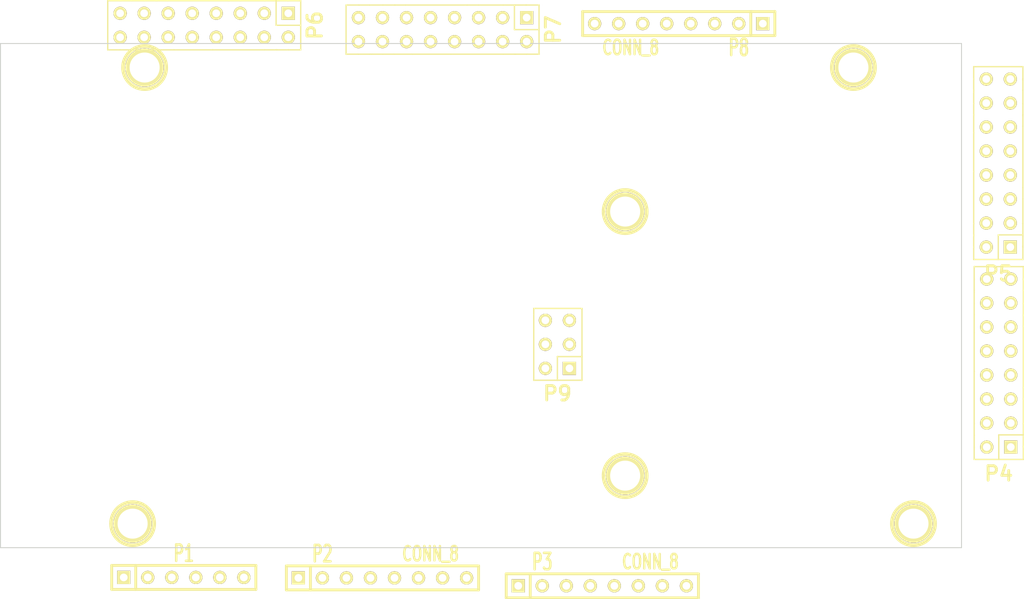
<source format=kicad_pcb>
(kicad_pcb (version 20221018) (generator pcbnew)
  (layers (0 "F.Cu" signal) (31 "B.Cu" signal) (34 "B.Paste" user) (35 "F.Paste" user) (36 "B.SilkS" user) (37 "F.SilkS" user) (38 "B.Mask" user) (39 "F.Mask" user) (44 "Edge.Cuts" user))
  (net 0 "")
  (footprint "SIL-8" (layer "F.Cu") (at 220.4466 219.5576)
    (fp_text reference "P2" (at -6.35 -2.54) (layer "F.SilkS") (effects (font (size 1.72974 1.08712) (thickness 0.3048))))
    (fp_text value "CONN_8" (at 5.08 -2.54) (layer "F.SilkS") (effects (font (size 1.524 1.016) (thickness 0.3048))))
    (fp_line (start -10.16 -1.27) (end 10.16 -1.27) (stroke (width 0.3048)) (layer "F.SilkS"))
    (fp_line (start -10.16 1.27) (end -10.16 -1.27) (stroke (width 0.3048)) (layer "F.SilkS"))
    (fp_line (start -7.62 1.27) (end -7.62 -1.27) (stroke (width 0.3048)) (layer "F.SilkS"))
    (fp_line (start 10.16 -1.27) (end 10.16 1.27) (stroke (width 0.3048)) (layer "F.SilkS"))
    (fp_line (start 10.16 1.27) (end -10.16 1.27) (stroke (width 0.3048)) (layer "F.SilkS"))
    (pad "1" thru_hole rect (at -8.89 0) (size 1.397 1.397) (drill 0.8128) (layers "*.Cu" "*.Mask" "F.SilkS"))
    (pad "2" thru_hole circle (at -6.35 0) (size 1.397 1.397) (drill 0.8128) (layers "*.Cu" "*.Mask" "F.SilkS"))
    (pad "3" thru_hole circle (at -3.81 0) (size 1.397 1.397) (drill 0.8128) (layers "*.Cu" "*.Mask" "F.SilkS"))
    (pad "4" thru_hole circle (at -1.27 0) (size 1.397 1.397) (drill 0.8128) (layers "*.Cu" "*.Mask" "F.SilkS"))
    (pad "5" thru_hole circle (at 1.27 0) (size 1.397 1.397) (drill 0.8128) (layers "*.Cu" "*.Mask" "F.SilkS"))
    (pad "6" thru_hole circle (at 3.81 0) (size 1.397 1.397) (drill 0.8128) (layers "*.Cu" "*.Mask" "F.SilkS"))
    (pad "7" thru_hole circle (at 6.35 0) (size 1.397 1.397) (drill 0.8128) (layers "*.Cu" "*.Mask" "F.SilkS"))
    (pad "8" thru_hole circle (at 8.89 0) (size 1.397 1.397) (drill 0.8128) (layers "*.Cu" "*.Mask" "F.SilkS"))
  )
  (footprint "SIL-8" (layer "F.Cu") (at 243.6876 220.3958)
    (fp_text reference "P3" (at -6.35 -2.54) (layer "F.SilkS") (effects (font (size 1.72974 1.08712) (thickness 0.3048))))
    (fp_text value "CONN_8" (at 5.08 -2.54) (layer "F.SilkS") (effects (font (size 1.524 1.016) (thickness 0.3048))))
    (fp_line (start -10.16 -1.27) (end 10.16 -1.27) (stroke (width 0.3048)) (layer "F.SilkS"))
    (fp_line (start -10.16 1.27) (end -10.16 -1.27) (stroke (width 0.3048)) (layer "F.SilkS"))
    (fp_line (start -7.62 1.27) (end -7.62 -1.27) (stroke (width 0.3048)) (layer "F.SilkS"))
    (fp_line (start 10.16 -1.27) (end 10.16 1.27) (stroke (width 0.3048)) (layer "F.SilkS"))
    (fp_line (start 10.16 1.27) (end -10.16 1.27) (stroke (width 0.3048)) (layer "F.SilkS"))
    (pad "1" thru_hole rect (at -8.89 0) (size 1.397 1.397) (drill 0.8128) (layers "*.Cu" "*.Mask" "F.SilkS"))
    (pad "2" thru_hole circle (at -6.35 0) (size 1.397 1.397) (drill 0.8128) (layers "*.Cu" "*.Mask" "F.SilkS"))
    (pad "3" thru_hole circle (at -3.81 0) (size 1.397 1.397) (drill 0.8128) (layers "*.Cu" "*.Mask" "F.SilkS"))
    (pad "4" thru_hole circle (at -1.27 0) (size 1.397 1.397) (drill 0.8128) (layers "*.Cu" "*.Mask" "F.SilkS"))
    (pad "5" thru_hole circle (at 1.27 0) (size 1.397 1.397) (drill 0.8128) (layers "*.Cu" "*.Mask" "F.SilkS"))
    (pad "6" thru_hole circle (at 3.81 0) (size 1.397 1.397) (drill 0.8128) (layers "*.Cu" "*.Mask" "F.SilkS"))
    (pad "7" thru_hole circle (at 6.35 0) (size 1.397 1.397) (drill 0.8128) (layers "*.Cu" "*.Mask" "F.SilkS"))
    (pad "8" thru_hole circle (at 8.89 0) (size 1.397 1.397) (drill 0.8128) (layers "*.Cu" "*.Mask" "F.SilkS"))
  )
  (footprint "SIL-8" (layer "F.Cu") (at 251.7648 160.909 180)
    (fp_text reference "P8" (at -6.35 -2.54 180) (layer "F.SilkS") (effects (font (size 1.72974 1.08712) (thickness 0.3048))))
    (fp_text value "CONN_8" (at 5.08 -2.54 180) (layer "F.SilkS") (effects (font (size 1.524 1.016) (thickness 0.3048))))
    (fp_line (start -10.16 -1.27) (end 10.16 -1.27) (stroke (width 0.3048)) (layer "F.SilkS"))
    (fp_line (start -10.16 1.27) (end -10.16 -1.27) (stroke (width 0.3048)) (layer "F.SilkS"))
    (fp_line (start -7.62 1.27) (end -7.62 -1.27) (stroke (width 0.3048)) (layer "F.SilkS"))
    (fp_line (start 10.16 -1.27) (end 10.16 1.27) (stroke (width 0.3048)) (layer "F.SilkS"))
    (fp_line (start 10.16 1.27) (end -10.16 1.27) (stroke (width 0.3048)) (layer "F.SilkS"))
    (pad "1" thru_hole rect (at -8.89 0 180) (size 1.397 1.397) (drill 0.8128) (layers "*.Cu" "*.Mask" "F.SilkS"))
    (pad "2" thru_hole circle (at -6.35 0 180) (size 1.397 1.397) (drill 0.8128) (layers "*.Cu" "*.Mask" "F.SilkS"))
    (pad "3" thru_hole circle (at -3.81 0 180) (size 1.397 1.397) (drill 0.8128) (layers "*.Cu" "*.Mask" "F.SilkS"))
    (pad "4" thru_hole circle (at -1.27 0 180) (size 1.397 1.397) (drill 0.8128) (layers "*.Cu" "*.Mask" "F.SilkS"))
    (pad "5" thru_hole circle (at 1.27 0 180) (size 1.397 1.397) (drill 0.8128) (layers "*.Cu" "*.Mask" "F.SilkS"))
    (pad "6" thru_hole circle (at 3.81 0 180) (size 1.397 1.397) (drill 0.8128) (layers "*.Cu" "*.Mask" "F.SilkS"))
    (pad "7" thru_hole circle (at 6.35 0 180) (size 1.397 1.397) (drill 0.8128) (layers "*.Cu" "*.Mask" "F.SilkS"))
    (pad "8" thru_hole circle (at 8.89 0 180) (size 1.397 1.397) (drill 0.8128) (layers "*.Cu" "*.Mask" "F.SilkS"))
  )
  (footprint "SIL-6" (layer "F.Cu") (at 199.4408 219.5068)
    (fp_text reference "P1" (at 0 -2.54) (layer "F.SilkS") (effects (font (size 1.72974 1.08712) (thickness 0.3048))))
    (fp_text value "CONN_6" hide)
    (fp_line (start -7.62 -1.27) (end 7.62 -1.27) (stroke (width 0.3048)) (layer "F.SilkS"))
    (fp_line (start -7.62 1.27) (end -7.62 -1.27) (stroke (width 0.3048)) (layer "F.SilkS"))
    (fp_line (start -5.08 1.27) (end -5.08 -1.27) (stroke (width 0.3048)) (layer "F.SilkS"))
    (fp_line (start 7.62 -1.27) (end 7.62 1.27) (stroke (width 0.3048)) (layer "F.SilkS"))
    (fp_line (start 7.62 1.27) (end -7.62 1.27) (stroke (width 0.3048)) (layer "F.SilkS"))
    (pad "1" thru_hole rect (at -6.35 0) (size 1.397 1.397) (drill 0.8128) (layers "*.Cu" "*.Mask" "F.SilkS"))
    (pad "2" thru_hole circle (at -3.81 0) (size 1.397 1.397) (drill 0.8128) (layers "*.Cu" "*.Mask" "F.SilkS"))
    (pad "3" thru_hole circle (at -1.27 0) (size 1.397 1.397) (drill 0.8128) (layers "*.Cu" "*.Mask" "F.SilkS"))
    (pad "4" thru_hole circle (at 1.27 0) (size 1.397 1.397) (drill 0.8128) (layers "*.Cu" "*.Mask" "F.SilkS"))
    (pad "5" thru_hole circle (at 3.81 0) (size 1.397 1.397) (drill 0.8128) (layers "*.Cu" "*.Mask" "F.SilkS"))
    (pad "6" thru_hole circle (at 6.35 0) (size 1.397 1.397) (drill 0.8128) (layers "*.Cu" "*.Mask" "F.SilkS"))
  )
  (footprint "CONN_2x8" (layer "F.Cu") (at 226.7966 161.544 90)
    (fp_text reference "P7" (at 0 11.7 90) (layer "F.SilkS") (effects (font (size 1.524 1.524) (thickness 0.3048))))
    (fp_text value "CONN_8X2" hide)
    (fp_line (start -2.6 -10.2) (end -2.6 -8.9) (stroke (width 0.15)) (layer "F.SilkS"))
    (fp_line (start -2.6 -8.9) (end -2.6 -7.7) (stroke (width 0.15)) (layer "F.SilkS"))
    (fp_line (start -2.6 -7.5) (end -2.6 -7.7) (stroke (width 0.15)) (layer "F.SilkS"))
    (fp_line (start -2.6 -6.3) (end -2.6 -7.5) (stroke (width 0.15)) (layer "F.SilkS"))
    (fp_line (start -2.6 -5.1) (end -2.6 -6.3) (stroke (width 0.15)) (layer "F.SilkS"))
    (fp_line (start -2.6 -5.1) (end -2.6 -3.2) (stroke (width 0.15)) (layer "F.SilkS"))
    (fp_line (start -2.6 0.9) (end -2.6 -3.2) (stroke (width 0.15)) (layer "F.SilkS"))
    (fp_line (start -2.6 6.4) (end -2.6 0.9) (stroke (width 0.15)) (layer "F.SilkS"))
    (fp_line (start -2.6 6.4) (end -2.6 7.6) (stroke (width 0.15)) (layer "F.SilkS"))
    (fp_line (start -2.6 7.6) (end -2.6 7.7) (stroke (width 0.15)) (layer "F.SilkS"))
    (fp_line (start -2.6 8.9) (end -2.6 7.7) (stroke (width 0.15)) (layer "F.SilkS"))
    (fp_line (start -2.6 8.9) (end -2.6 10.1) (stroke (width 0.15)) (layer "F.SilkS"))
    (fp_line (start -2.6 10.1) (end -2.6 10.2) (stroke (width 0.15)) (layer "F.SilkS"))
    (fp_line (start -2.6 10.2) (end 2.6 10.2) (stroke (width 0.15)) (layer "F.SilkS"))
    (fp_line (start 0 7.6) (end 0 10.2) (stroke (width 0.15)) (layer "F.SilkS"))
    (fp_line (start 0 7.6) (end 2.6 7.6) (stroke (width 0.15)) (layer "F.SilkS"))
    (fp_line (start 2.6 -10.2) (end -2.6 -10.2) (stroke (width 0.15)) (layer "F.SilkS"))
    (fp_line (start 2.6 -8.9) (end 2.6 -10.2) (stroke (width 0.15)) (layer "F.SilkS"))
    (fp_line (start 2.6 -8.8) (end 2.6 -8.9) (stroke (width 0.15)) (layer "F.SilkS"))
    (fp_line (start 2.6 -7.7) (end 2.6 -8.8) (stroke (width 0.15)) (layer "F.SilkS"))
    (fp_line (start 2.6 -7.7) (end 2.6 -6.3) (stroke (width 0.15)) (layer "F.SilkS"))
    (fp_line (start 2.6 -6.3) (end 2.6 -5.1) (stroke (width 0.15)) (layer "F.SilkS"))
    (fp_line (start 2.6 -5) (end 2.6 -5.1) (stroke (width 0.15)) (layer "F.SilkS"))
    (fp_line (start 2.6 -3.9) (end 2.6 -5) (stroke (width 0.15)) (layer "F.SilkS"))
    (fp_line (start 2.6 2.6) (end 2.6 -3.9) (stroke (width 0.15)) (layer "F.SilkS"))
    (fp_line (start 2.6 2.6) (end 2.6 3.8) (stroke (width 0.15)) (layer "F.SilkS"))
    (fp_line (start 2.6 6.4) (end 2.6 3.8) (stroke (width 0.15)) (layer "F.SilkS"))
    (fp_line (start 2.6 7.7) (end 2.6 6.4) (stroke (width 0.15)) (layer "F.SilkS"))
    (fp_line (start 2.6 7.7) (end 2.6 8.8) (stroke (width 0.15)) (layer "F.SilkS"))
    (fp_line (start 2.6 8.8) (end 2.6 8.9) (stroke (width 0.15)) (layer "F.SilkS"))
    (fp_line (start 2.6 10.2) (end 2.6 8.9) (stroke (width 0.15)) (layer "F.SilkS"))
    (pad "1" thru_hole rect (at 1.27 8.89 90) (size 1.397 1.397) (drill 0.8128) (layers "*.Cu" "*.Mask" "F.SilkS"))
    (pad "2" thru_hole circle (at -1.27 8.89 90) (size 1.397 1.397) (drill 0.8128) (layers "*.Cu" "*.Mask" "F.SilkS"))
    (pad "3" thru_hole circle (at 1.27 6.35 90) (size 1.397 1.397) (drill 0.8128) (layers "*.Cu" "*.Mask" "F.SilkS"))
    (pad "4" thru_hole circle (at -1.27 6.35 90) (size 1.397 1.397) (drill 0.8128) (layers "*.Cu" "*.Mask" "F.SilkS"))
    (pad "5" thru_hole circle (at 1.27 3.81 90) (size 1.397 1.397) (drill 0.8128) (layers "*.Cu" "*.Mask" "F.SilkS"))
    (pad "6" thru_hole circle (at -1.27 3.81 90) (size 1.397 1.397) (drill 0.8128) (layers "*.Cu" "*.Mask" "F.SilkS"))
    (pad "7" thru_hole circle (at 1.27 1.27 90) (size 1.397 1.397) (drill 0.8128) (layers "*.Cu" "*.Mask" "F.SilkS"))
    (pad "8" thru_hole circle (at -1.27 1.27 90) (size 1.397 1.397) (drill 0.8128) (layers "*.Cu" "*.Mask" "F.SilkS"))
    (pad "9" thru_hole circle (at 1.27 -1.27 90) (size 1.397 1.397) (drill 0.8128) (layers "*.Cu" "*.Mask" "F.SilkS"))
    (pad "10" thru_hole circle (at -1.27 -1.27 90) (size 1.397 1.397) (drill 0.8128) (layers "*.Cu" "*.Mask" "F.SilkS"))
    (pad "11" thru_hole circle (at 1.27 -3.81 90) (size 1.397 1.397) (drill 0.8128) (layers "*.Cu" "*.Mask" "F.SilkS"))
    (pad "12" thru_hole circle (at -1.27 -3.81 90) (size 1.397 1.397) (drill 0.8128) (layers "*.Cu" "*.Mask" "F.SilkS"))
    (pad "13" thru_hole circle (at 1.27 -6.35 90) (size 1.397 1.397) (drill 0.8128) (layers "*.Cu" "*.Mask" "F.SilkS"))
    (pad "14" thru_hole circle (at -1.27 -6.35 90) (size 1.397 1.397) (drill 0.8128) (layers "*.Cu" "*.Mask" "F.SilkS"))
    (pad "15" thru_hole circle (at 1.27 -8.89 90) (size 1.397 1.397) (drill 0.8128) (layers "*.Cu" "*.Mask" "F.SilkS"))
    (pad "16" thru_hole circle (at -1.27 -8.89 90) (size 1.397 1.397) (drill 0.8128) (layers "*.Cu" "*.Mask" "F.SilkS"))
  )
  (footprint "CONN_2x8" (layer "F.Cu") (at 201.5998 161.0868 90)
    (fp_text reference "P6" (at 0 11.7 90) (layer "F.SilkS") (effects (font (size 1.524 1.524) (thickness 0.3048))))
    (fp_text value "CONN_8X2" hide)
    (fp_line (start -2.6 -10.2) (end -2.6 -8.9) (stroke (width 0.15)) (layer "F.SilkS"))
    (fp_line (start -2.6 -8.9) (end -2.6 -7.7) (stroke (width 0.15)) (layer "F.SilkS"))
    (fp_line (start -2.6 -7.5) (end -2.6 -7.7) (stroke (width 0.15)) (layer "F.SilkS"))
    (fp_line (start -2.6 -6.3) (end -2.6 -7.5) (stroke (width 0.15)) (layer "F.SilkS"))
    (fp_line (start -2.6 -5.1) (end -2.6 -6.3) (stroke (width 0.15)) (layer "F.SilkS"))
    (fp_line (start -2.6 -5.1) (end -2.6 -3.2) (stroke (width 0.15)) (layer "F.SilkS"))
    (fp_line (start -2.6 0.9) (end -2.6 -3.2) (stroke (width 0.15)) (layer "F.SilkS"))
    (fp_line (start -2.6 6.4) (end -2.6 0.9) (stroke (width 0.15)) (layer "F.SilkS"))
    (fp_line (start -2.6 6.4) (end -2.6 7.6) (stroke (width 0.15)) (layer "F.SilkS"))
    (fp_line (start -2.6 7.6) (end -2.6 7.7) (stroke (width 0.15)) (layer "F.SilkS"))
    (fp_line (start -2.6 8.9) (end -2.6 7.7) (stroke (width 0.15)) (layer "F.SilkS"))
    (fp_line (start -2.6 8.9) (end -2.6 10.1) (stroke (width 0.15)) (layer "F.SilkS"))
    (fp_line (start -2.6 10.1) (end -2.6 10.2) (stroke (width 0.15)) (layer "F.SilkS"))
    (fp_line (start -2.6 10.2) (end 2.6 10.2) (stroke (width 0.15)) (layer "F.SilkS"))
    (fp_line (start 0 7.6) (end 0 10.2) (stroke (width 0.15)) (layer "F.SilkS"))
    (fp_line (start 0 7.6) (end 2.6 7.6) (stroke (width 0.15)) (layer "F.SilkS"))
    (fp_line (start 2.6 -10.2) (end -2.6 -10.2) (stroke (width 0.15)) (layer "F.SilkS"))
    (fp_line (start 2.6 -8.9) (end 2.6 -10.2) (stroke (width 0.15)) (layer "F.SilkS"))
    (fp_line (start 2.6 -8.8) (end 2.6 -8.9) (stroke (width 0.15)) (layer "F.SilkS"))
    (fp_line (start 2.6 -7.7) (end 2.6 -8.8) (stroke (width 0.15)) (layer "F.SilkS"))
    (fp_line (start 2.6 -7.7) (end 2.6 -6.3) (stroke (width 0.15)) (layer "F.SilkS"))
    (fp_line (start 2.6 -6.3) (end 2.6 -5.1) (stroke (width 0.15)) (layer "F.SilkS"))
    (fp_line (start 2.6 -5) (end 2.6 -5.1) (stroke (width 0.15)) (layer "F.SilkS"))
    (fp_line (start 2.6 -3.9) (end 2.6 -5) (stroke (width 0.15)) (layer "F.SilkS"))
    (fp_line (start 2.6 2.6) (end 2.6 -3.9) (stroke (width 0.15)) (layer "F.SilkS"))
    (fp_line (start 2.6 2.6) (end 2.6 3.8) (stroke (width 0.15)) (layer "F.SilkS"))
    (fp_line (start 2.6 6.4) (end 2.6 3.8) (stroke (width 0.15)) (layer "F.SilkS"))
    (fp_line (start 2.6 7.7) (end 2.6 6.4) (stroke (width 0.15)) (layer "F.SilkS"))
    (fp_line (start 2.6 7.7) (end 2.6 8.8) (stroke (width 0.15)) (layer "F.SilkS"))
    (fp_line (start 2.6 8.8) (end 2.6 8.9) (stroke (width 0.15)) (layer "F.SilkS"))
    (fp_line (start 2.6 10.2) (end 2.6 8.9) (stroke (width 0.15)) (layer "F.SilkS"))
    (pad "1" thru_hole rect (at 1.27 8.89 90) (size 1.397 1.397) (drill 0.8128) (layers "*.Cu" "*.Mask" "F.SilkS"))
    (pad "2" thru_hole circle (at -1.27 8.89 90) (size 1.397 1.397) (drill 0.8128) (layers "*.Cu" "*.Mask" "F.SilkS"))
    (pad "3" thru_hole circle (at 1.27 6.35 90) (size 1.397 1.397) (drill 0.8128) (layers "*.Cu" "*.Mask" "F.SilkS"))
    (pad "4" thru_hole circle (at -1.27 6.35 90) (size 1.397 1.397) (drill 0.8128) (layers "*.Cu" "*.Mask" "F.SilkS"))
    (pad "5" thru_hole circle (at 1.27 3.81 90) (size 1.397 1.397) (drill 0.8128) (layers "*.Cu" "*.Mask" "F.SilkS"))
    (pad "6" thru_hole circle (at -1.27 3.81 90) (size 1.397 1.397) (drill 0.8128) (layers "*.Cu" "*.Mask" "F.SilkS"))
    (pad "7" thru_hole circle (at 1.27 1.27 90) (size 1.397 1.397) (drill 0.8128) (layers "*.Cu" "*.Mask" "F.SilkS"))
    (pad "8" thru_hole circle (at -1.27 1.27 90) (size 1.397 1.397) (drill 0.8128) (layers "*.Cu" "*.Mask" "F.SilkS"))
    (pad "9" thru_hole circle (at 1.27 -1.27 90) (size 1.397 1.397) (drill 0.8128) (layers "*.Cu" "*.Mask" "F.SilkS"))
    (pad "10" thru_hole circle (at -1.27 -1.27 90) (size 1.397 1.397) (drill 0.8128) (layers "*.Cu" "*.Mask" "F.SilkS"))
    (pad "11" thru_hole circle (at 1.27 -3.81 90) (size 1.397 1.397) (drill 0.8128) (layers "*.Cu" "*.Mask" "F.SilkS"))
    (pad "12" thru_hole circle (at -1.27 -3.81 90) (size 1.397 1.397) (drill 0.8128) (layers "*.Cu" "*.Mask" "F.SilkS"))
    (pad "13" thru_hole circle (at 1.27 -6.35 90) (size 1.397 1.397) (drill 0.8128) (layers "*.Cu" "*.Mask" "F.SilkS"))
    (pad "14" thru_hole circle (at -1.27 -6.35 90) (size 1.397 1.397) (drill 0.8128) (layers "*.Cu" "*.Mask" "F.SilkS"))
    (pad "15" thru_hole circle (at 1.27 -8.89 90) (size 1.397 1.397) (drill 0.8128) (layers "*.Cu" "*.Mask" "F.SilkS"))
    (pad "16" thru_hole circle (at -1.27 -8.89 90) (size 1.397 1.397) (drill 0.8128) (layers "*.Cu" "*.Mask" "F.SilkS"))
  )
  (footprint "CONN_2x8" (layer "F.Cu") (at 285.5976 196.8246)
    (fp_text reference "P4" (at 0 11.7) (layer "F.SilkS") (effects (font (size 1.524 1.524) (thickness 0.3048))))
    (fp_text value "CONN_8X2" hide)
    (fp_line (start -2.6 -10.2) (end -2.6 -8.9) (stroke (width 0.15)) (layer "F.SilkS"))
    (fp_line (start -2.6 -8.9) (end -2.6 -7.7) (stroke (width 0.15)) (layer "F.SilkS"))
    (fp_line (start -2.6 -7.5) (end -2.6 -7.7) (stroke (width 0.15)) (layer "F.SilkS"))
    (fp_line (start -2.6 -6.3) (end -2.6 -7.5) (stroke (width 0.15)) (layer "F.SilkS"))
    (fp_line (start -2.6 -5.1) (end -2.6 -6.3) (stroke (width 0.15)) (layer "F.SilkS"))
    (fp_line (start -2.6 -5.1) (end -2.6 -3.2) (stroke (width 0.15)) (layer "F.SilkS"))
    (fp_line (start -2.6 0.9) (end -2.6 -3.2) (stroke (width 0.15)) (layer "F.SilkS"))
    (fp_line (start -2.6 6.4) (end -2.6 0.9) (stroke (width 0.15)) (layer "F.SilkS"))
    (fp_line (start -2.6 6.4) (end -2.6 7.6) (stroke (width 0.15)) (layer "F.SilkS"))
    (fp_line (start -2.6 7.6) (end -2.6 7.7) (stroke (width 0.15)) (layer "F.SilkS"))
    (fp_line (start -2.6 8.9) (end -2.6 7.7) (stroke (width 0.15)) (layer "F.SilkS"))
    (fp_line (start -2.6 8.9) (end -2.6 10.1) (stroke (width 0.15)) (layer "F.SilkS"))
    (fp_line (start -2.6 10.1) (end -2.6 10.2) (stroke (width 0.15)) (layer "F.SilkS"))
    (fp_line (start -2.6 10.2) (end 2.6 10.2) (stroke (width 0.15)) (layer "F.SilkS"))
    (fp_line (start 0 7.6) (end 0 10.2) (stroke (width 0.15)) (layer "F.SilkS"))
    (fp_line (start 0 7.6) (end 2.6 7.6) (stroke (width 0.15)) (layer "F.SilkS"))
    (fp_line (start 2.6 -10.2) (end -2.6 -10.2) (stroke (width 0.15)) (layer "F.SilkS"))
    (fp_line (start 2.6 -8.9) (end 2.6 -10.2) (stroke (width 0.15)) (layer "F.SilkS"))
    (fp_line (start 2.6 -8.8) (end 2.6 -8.9) (stroke (width 0.15)) (layer "F.SilkS"))
    (fp_line (start 2.6 -7.7) (end 2.6 -8.8) (stroke (width 0.15)) (layer "F.SilkS"))
    (fp_line (start 2.6 -7.7) (end 2.6 -6.3) (stroke (width 0.15)) (layer "F.SilkS"))
    (fp_line (start 2.6 -6.3) (end 2.6 -5.1) (stroke (width 0.15)) (layer "F.SilkS"))
    (fp_line (start 2.6 -5) (end 2.6 -5.1) (stroke (width 0.15)) (layer "F.SilkS"))
    (fp_line (start 2.6 -3.9) (end 2.6 -5) (stroke (width 0.15)) (layer "F.SilkS"))
    (fp_line (start 2.6 2.6) (end 2.6 -3.9) (stroke (width 0.15)) (layer "F.SilkS"))
    (fp_line (start 2.6 2.6) (end 2.6 3.8) (stroke (width 0.15)) (layer "F.SilkS"))
    (fp_line (start 2.6 6.4) (end 2.6 3.8) (stroke (width 0.15)) (layer "F.SilkS"))
    (fp_line (start 2.6 7.7) (end 2.6 6.4) (stroke (width 0.15)) (layer "F.SilkS"))
    (fp_line (start 2.6 7.7) (end 2.6 8.8) (stroke (width 0.15)) (layer "F.SilkS"))
    (fp_line (start 2.6 8.8) (end 2.6 8.9) (stroke (width 0.15)) (layer "F.SilkS"))
    (fp_line (start 2.6 10.2) (end 2.6 8.9) (stroke (width 0.15)) (layer "F.SilkS"))
    (pad "1" thru_hole rect (at 1.27 8.89) (size 1.397 1.397) (drill 0.8128) (layers "*.Cu" "*.Mask" "F.SilkS"))
    (pad "2" thru_hole circle (at -1.27 8.89) (size 1.397 1.397) (drill 0.8128) (layers "*.Cu" "*.Mask" "F.SilkS"))
    (pad "3" thru_hole circle (at 1.27 6.35) (size 1.397 1.397) (drill 0.8128) (layers "*.Cu" "*.Mask" "F.SilkS"))
    (pad "4" thru_hole circle (at -1.27 6.35) (size 1.397 1.397) (drill 0.8128) (layers "*.Cu" "*.Mask" "F.SilkS"))
    (pad "5" thru_hole circle (at 1.27 3.81) (size 1.397 1.397) (drill 0.8128) (layers "*.Cu" "*.Mask" "F.SilkS"))
    (pad "6" thru_hole circle (at -1.27 3.81) (size 1.397 1.397) (drill 0.8128) (layers "*.Cu" "*.Mask" "F.SilkS"))
    (pad "7" thru_hole circle (at 1.27 1.27) (size 1.397 1.397) (drill 0.8128) (layers "*.Cu" "*.Mask" "F.SilkS"))
    (pad "8" thru_hole circle (at -1.27 1.27) (size 1.397 1.397) (drill 0.8128) (layers "*.Cu" "*.Mask" "F.SilkS"))
    (pad "9" thru_hole circle (at 1.27 -1.27) (size 1.397 1.397) (drill 0.8128) (layers "*.Cu" "*.Mask" "F.SilkS"))
    (pad "10" thru_hole circle (at -1.27 -1.27) (size 1.397 1.397) (drill 0.8128) (layers "*.Cu" "*.Mask" "F.SilkS"))
    (pad "11" thru_hole circle (at 1.27 -3.81) (size 1.397 1.397) (drill 0.8128) (layers "*.Cu" "*.Mask" "F.SilkS"))
    (pad "12" thru_hole circle (at -1.27 -3.81) (size 1.397 1.397) (drill 0.8128) (layers "*.Cu" "*.Mask" "F.SilkS"))
    (pad "13" thru_hole circle (at 1.27 -6.35) (size 1.397 1.397) (drill 0.8128) (layers "*.Cu" "*.Mask" "F.SilkS"))
    (pad "14" thru_hole circle (at -1.27 -6.35) (size 1.397 1.397) (drill 0.8128) (layers "*.Cu" "*.Mask" "F.SilkS"))
    (pad "15" thru_hole circle (at 1.27 -8.89) (size 1.397 1.397) (drill 0.8128) (layers "*.Cu" "*.Mask" "F.SilkS"))
    (pad "16" thru_hole circle (at -1.27 -8.89) (size 1.397 1.397) (drill 0.8128) (layers "*.Cu" "*.Mask" "F.SilkS"))
  )
  (footprint "CONN_2x8" (layer "F.Cu") (at 285.5468 175.6664)
    (fp_text reference "P5" (at 0 11.7) (layer "F.SilkS") (effects (font (size 1.524 1.524) (thickness 0.3048))))
    (fp_text value "CONN_8X2" hide)
    (fp_line (start -2.6 -10.2) (end -2.6 -8.9) (stroke (width 0.15)) (layer "F.SilkS"))
    (fp_line (start -2.6 -8.9) (end -2.6 -7.7) (stroke (width 0.15)) (layer "F.SilkS"))
    (fp_line (start -2.6 -7.5) (end -2.6 -7.7) (stroke (width 0.15)) (layer "F.SilkS"))
    (fp_line (start -2.6 -6.3) (end -2.6 -7.5) (stroke (width 0.15)) (layer "F.SilkS"))
    (fp_line (start -2.6 -5.1) (end -2.6 -6.3) (stroke (width 0.15)) (layer "F.SilkS"))
    (fp_line (start -2.6 -5.1) (end -2.6 -3.2) (stroke (width 0.15)) (layer "F.SilkS"))
    (fp_line (start -2.6 0.9) (end -2.6 -3.2) (stroke (width 0.15)) (layer "F.SilkS"))
    (fp_line (start -2.6 6.4) (end -2.6 0.9) (stroke (width 0.15)) (layer "F.SilkS"))
    (fp_line (start -2.6 6.4) (end -2.6 7.6) (stroke (width 0.15)) (layer "F.SilkS"))
    (fp_line (start -2.6 7.6) (end -2.6 7.7) (stroke (width 0.15)) (layer "F.SilkS"))
    (fp_line (start -2.6 8.9) (end -2.6 7.7) (stroke (width 0.15)) (layer "F.SilkS"))
    (fp_line (start -2.6 8.9) (end -2.6 10.1) (stroke (width 0.15)) (layer "F.SilkS"))
    (fp_line (start -2.6 10.1) (end -2.6 10.2) (stroke (width 0.15)) (layer "F.SilkS"))
    (fp_line (start -2.6 10.2) (end 2.6 10.2) (stroke (width 0.15)) (layer "F.SilkS"))
    (fp_line (start 0 7.6) (end 0 10.2) (stroke (width 0.15)) (layer "F.SilkS"))
    (fp_line (start 0 7.6) (end 2.6 7.6) (stroke (width 0.15)) (layer "F.SilkS"))
    (fp_line (start 2.6 -10.2) (end -2.6 -10.2) (stroke (width 0.15)) (layer "F.SilkS"))
    (fp_line (start 2.6 -8.9) (end 2.6 -10.2) (stroke (width 0.15)) (layer "F.SilkS"))
    (fp_line (start 2.6 -8.8) (end 2.6 -8.9) (stroke (width 0.15)) (layer "F.SilkS"))
    (fp_line (start 2.6 -7.7) (end 2.6 -8.8) (stroke (width 0.15)) (layer "F.SilkS"))
    (fp_line (start 2.6 -7.7) (end 2.6 -6.3) (stroke (width 0.15)) (layer "F.SilkS"))
    (fp_line (start 2.6 -6.3) (end 2.6 -5.1) (stroke (width 0.15)) (layer "F.SilkS"))
    (fp_line (start 2.6 -5) (end 2.6 -5.1) (stroke (width 0.15)) (layer "F.SilkS"))
    (fp_line (start 2.6 -3.9) (end 2.6 -5) (stroke (width 0.15)) (layer "F.SilkS"))
    (fp_line (start 2.6 2.6) (end 2.6 -3.9) (stroke (width 0.15)) (layer "F.SilkS"))
    (fp_line (start 2.6 2.6) (end 2.6 3.8) (stroke (width 0.15)) (layer "F.SilkS"))
    (fp_line (start 2.6 6.4) (end 2.6 3.8) (stroke (width 0.15)) (layer "F.SilkS"))
    (fp_line (start 2.6 7.7) (end 2.6 6.4) (stroke (width 0.15)) (layer "F.SilkS"))
    (fp_line (start 2.6 7.7) (end 2.6 8.8) (stroke (width 0.15)) (layer "F.SilkS"))
    (fp_line (start 2.6 8.8) (end 2.6 8.9) (stroke (width 0.15)) (layer "F.SilkS"))
    (fp_line (start 2.6 10.2) (end 2.6 8.9) (stroke (width 0.15)) (layer "F.SilkS"))
    (pad "1" thru_hole rect (at 1.27 8.89) (size 1.397 1.397) (drill 0.8128) (layers "*.Cu" "*.Mask" "F.SilkS"))
    (pad "2" thru_hole circle (at -1.27 8.89) (size 1.397 1.397) (drill 0.8128) (layers "*.Cu" "*.Mask" "F.SilkS"))
    (pad "3" thru_hole circle (at 1.27 6.35) (size 1.397 1.397) (drill 0.8128) (layers "*.Cu" "*.Mask" "F.SilkS"))
    (pad "4" thru_hole circle (at -1.27 6.35) (size 1.397 1.397) (drill 0.8128) (layers "*.Cu" "*.Mask" "F.SilkS"))
    (pad "5" thru_hole circle (at 1.27 3.81) (size 1.397 1.397) (drill 0.8128) (layers "*.Cu" "*.Mask" "F.SilkS"))
    (pad "6" thru_hole circle (at -1.27 3.81) (size 1.397 1.397) (drill 0.8128) (layers "*.Cu" "*.Mask" "F.SilkS"))
    (pad "7" thru_hole circle (at 1.27 1.27) (size 1.397 1.397) (drill 0.8128) (layers "*.Cu" "*.Mask" "F.SilkS"))
    (pad "8" thru_hole circle (at -1.27 1.27) (size 1.397 1.397) (drill 0.8128) (layers "*.Cu" "*.Mask" "F.SilkS"))
    (pad "9" thru_hole circle (at 1.27 -1.27) (size 1.397 1.397) (drill 0.8128) (layers "*.Cu" "*.Mask" "F.SilkS"))
    (pad "10" thru_hole circle (at -1.27 -1.27) (size 1.397 1.397) (drill 0.8128) (layers "*.Cu" "*.Mask" "F.SilkS"))
    (pad "11" thru_hole circle (at 1.27 -3.81) (size 1.397 1.397) (drill 0.8128) (layers "*.Cu" "*.Mask" "F.SilkS"))
    (pad "12" thru_hole circle (at -1.27 -3.81) (size 1.397 1.397) (drill 0.8128) (layers "*.Cu" "*.Mask" "F.SilkS"))
    (pad "13" thru_hole circle (at 1.27 -6.35) (size 1.397 1.397) (drill 0.8128) (layers "*.Cu" "*.Mask" "F.SilkS"))
    (pad "14" thru_hole circle (at -1.27 -6.35) (size 1.397 1.397) (drill 0.8128) (layers "*.Cu" "*.Mask" "F.SilkS"))
    (pad "15" thru_hole circle (at 1.27 -8.89) (size 1.397 1.397) (drill 0.8128) (layers "*.Cu" "*.Mask" "F.SilkS"))
    (pad "16" thru_hole circle (at -1.27 -8.89) (size 1.397 1.397) (drill 0.8128) (layers "*.Cu" "*.Mask" "F.SilkS"))
  )
  (footprint "1pin" (layer "F.Cu") (at 194.0306 213.8172)
    (fp_text reference "1PIN" hide)
    (fp_text value "P***" hide)
    (fp_circle (center 0 0) (end 0 -2.286) (stroke (width 0.381)) (fill none) (layer "F.SilkS"))
    (pad "" thru_hole circle (at 0 0) (size 4.064 4.064) (drill 3.175) (layers "*.Cu" "*.Mask" "F.SilkS"))
  )
  (footprint "1pin" (layer "F.Cu") (at 195.3006 165.5572)
    (fp_text reference "1PIN" hide)
    (fp_text value "P***" hide)
    (fp_circle (center 0 0) (end 0 -2.286) (stroke (width 0.381)) (fill none) (layer "F.SilkS"))
    (pad "" thru_hole circle (at 0 0) (size 4.064 4.064) (drill 3.175) (layers "*.Cu" "*.Mask" "F.SilkS"))
  )
  (footprint "1pin" (layer "F.Cu") (at 270.2306 165.5572)
    (fp_text reference "1PIN" hide)
    (fp_text value "P***" hide)
    (fp_circle (center 0 0) (end 0 -2.286) (stroke (width 0.381)) (fill none) (layer "F.SilkS"))
    (pad "" thru_hole circle (at 0 0) (size 4.064 4.064) (drill 3.175) (layers "*.Cu" "*.Mask" "F.SilkS"))
  )
  (footprint "1pin" (layer "F.Cu") (at 276.5806 213.8172)
    (fp_text reference "1PIN" hide)
    (fp_text value "P***" hide)
    (fp_circle (center 0 0) (end 0 -2.286) (stroke (width 0.381)) (fill none) (layer "F.SilkS"))
    (pad "" thru_hole circle (at 0 0) (size 4.064 4.064) (drill 3.175) (layers "*.Cu" "*.Mask" "F.SilkS"))
  )
  (footprint "1pin" (layer "F.Cu") (at 246.1006 208.7372)
    (fp_text reference "1PIN" hide)
    (fp_text value "P***" hide)
    (fp_circle (center 0 0) (end 0 -2.286) (stroke (width 0.381)) (fill none) (layer "F.SilkS"))
    (pad "" thru_hole circle (at 0 0) (size 4.064 4.064) (drill 3.175) (layers "*.Cu" "*.Mask" "F.SilkS"))
  )
  (footprint "1pin" (layer "F.Cu") (at 246.1006 180.7972)
    (fp_text reference "1PIN" hide)
    (fp_text value "P***" hide)
    (fp_circle (center 0 0) (end 0 -2.286) (stroke (width 0.381)) (fill none) (layer "F.SilkS"))
    (pad "" thru_hole circle (at 0 0) (size 4.064 4.064) (drill 3.175) (layers "*.Cu" "*.Mask" "F.SilkS"))
  )
  (footprint "CONN_2x3" (layer "F.Cu") (at 238.9378 194.8434)
    (fp_text reference "P9" (at 0 5.2) (layer "F.SilkS") (effects (font (size 1.524 1.524) (thickness 0.3048))))
    (fp_text value "CONN_3X2" hide)
    (fp_line (start -2.5 -3.8) (end -2.5 -3.2) (stroke (width 0.15)) (layer "F.SilkS"))
    (fp_line (start -2.5 3.8) (end -2.5 -3.1) (stroke (width 0.15)) (layer "F.SilkS"))
    (fp_line (start 0 1.3) (end 0 3.8) (stroke (width 0.15)) (layer "F.SilkS"))
    (fp_line (start 0 1.3) (end 2.6 1.3) (stroke (width 0.15)) (layer "F.SilkS"))
    (fp_line (start 2.6 -3.8) (end -2.5 -3.8) (stroke (width 0.15)) (layer "F.SilkS"))
    (fp_line (start 2.6 -3.7) (end 2.6 -3.8) (stroke (width 0.15)) (layer "F.SilkS"))
    (fp_line (start 2.6 1.3) (end 2.6 -3.7) (stroke (width 0.15)) (layer "F.SilkS"))
    (fp_line (start 2.6 1.3) (end 2.6 3.8) (stroke (width 0.15)) (layer "F.SilkS"))
    (fp_line (start 2.6 3.8) (end -2.5 3.8) (stroke (width 0.15)) (layer "F.SilkS"))
    (pad "1" thru_hole rect (at 1.27 2.54) (size 1.397 1.397) (drill 0.8128) (layers "*.Cu" "*.Mask" "F.SilkS"))
    (pad "2" thru_hole circle (at -1.27 2.54) (size 1.397 1.397) (drill 0.8128) (layers "*.Cu" "*.Mask" "F.SilkS"))
    (pad "3" thru_hole circle (at 1.27 0) (size 1.397 1.397) (drill 0.8128) (layers "*.Cu" "*.Mask" "F.SilkS"))
    (pad "4" thru_hole circle (at -1.27 0) (size 1.397 1.397) (drill 0.8128) (layers "*.Cu" "*.Mask" "F.SilkS"))
    (pad "5" thru_hole circle (at 1.27 -2.54) (size 1.397 1.397) (drill 0.8128) (layers "*.Cu" "*.Mask" "F.SilkS"))
    (pad "6" thru_hole circle (at -1.27 -2.54) (size 1.397 1.397) (drill 0.8128) (layers "*.Cu" "*.Mask" "F.SilkS"))
  )
  (gr_line (start 180.0606 163.0172) (end 281.6606 163.0172) (stroke (width 0.1)) (layer "Edge.Cuts"))
  (gr_line (start 281.6606 216.3572) (end 180.0606 216.3572) (stroke (width 0.1)) (layer "Edge.Cuts"))
  (gr_line (start 281.6606 163.0172) (end 281.6606 216.3572) (stroke (width 0.1)) (layer "Edge.Cuts"))
  (gr_line (start 180.0606 216.3572) (end 180.0606 163.0172) (stroke (width 0.1)) (layer "Edge.Cuts"))
)
</source>
